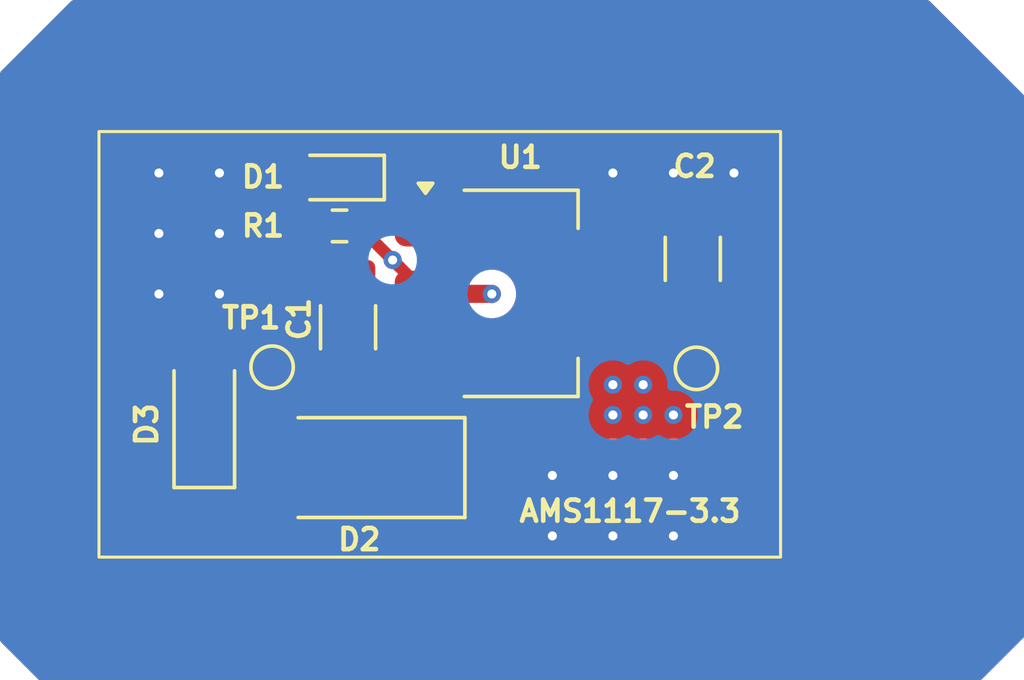
<source format=kicad_pcb>
(kicad_pcb (version 20241229) (generator "pcbnew") (generator_version "9.0")
  (layers (0 "F.Cu" signal) (4 "In1.Cu" signal) (6 "In2.Cu" signal) (2 "B.Cu" signal) (13 "F.Paste" user) (15 "B.Paste" user) (5 "F.SilkS" user "F.Silkscreen") (7 "B.SilkS" user "B.Silkscreen") (1 "F.Mask" user) (3 "B.Mask" user) (25 "Edge.Cuts" user))
  (net 0 "")
  (net 1 "/block_ams1117-3.3/GND")
  (net 2 "/block_ams1117-3.3/+3V3")
  (net 3 "/block_ams1117-3.3/VIN")
  (net 4 "Net-(D1-A)")
  (net 5 "Net-(D2-K)")
  (footprint "Library:LED_0603_1608Metric_Pad1.05x0.95mm_HandSolder" (layer "F.Cu") (at 145.7875 85.15 180)
    (property "Reference" "D1" (at 2.3475 0.02 0) (layer "F.SilkS") (effects (font (size 0.7 0.7) (thickness 0.153))))
    (property "Value" "LED")
    (fp_line (start 0.8 -0.735) (end -1.66 -0.735) (stroke (width 0.12)) (layer "F.SilkS"))
    (fp_line (start -1.66 0.735) (end 0.8 0.735) (stroke (width 0.12)) (layer "F.SilkS"))
    (fp_line (start -1.66 -0.735) (end -1.66 0.735) (stroke (width 0.12)) (layer "F.SilkS"))
    (pad "1" smd roundrect (at -0.875 0 180) (size 1.05 0.95) (layers "F.Cu" "F.Mask" "F.Paste") (net 1 "/block_ams1117-3.3/GND"))
    (pad "2" smd roundrect (at 0.875 0 180) (size 1.05 0.95) (layers "F.Cu" "F.Mask" "F.Paste") (net 4 "Net-(D1-A)"))
  )
  (footprint "Library:SOT-223-3_TabPin2" (layer "F.Cu") (at 151.94 88.98)
    (property "Reference" "U1" (at 0 -4.5 0) (layer "F.SilkS") (effects (font (size 0.7 0.7) (thickness 0.153) (bold yes))))
    (property "Value" "AMS1117-3.3")
    (fp_line (start -1.85 -3.41) (end 1.91 -3.41) (stroke (width 0.12)) (layer "F.SilkS"))
    (fp_line (start -1.85 3.41) (end 1.91 3.41) (stroke (width 0.12)) (layer "F.SilkS"))
    (fp_line (start 1.91 -3.41) (end 1.91 -2.15) (stroke (width 0.12)) (layer "F.SilkS"))
    (fp_line (start 1.91 3.41) (end 1.91 2.15) (stroke (width 0.12)) (layer "F.SilkS"))
    (fp_poly (pts (xy -3.13 -3.31) (xy -3.37 -3.64) (xy -2.89 -3.64) (xy -3.13 -3.31)) (stroke (width 0.12)) (fill yes) (layer "F.SilkS"))
    (pad "1" smd roundrect (at -3.15 -2.3) (size 2 1.5) (layers "F.Cu" "F.Mask" "F.Paste") (net 1 "/block_ams1117-3.3/GND"))
    (pad "2" smd roundrect (at -3.15 0) (size 2 1.5) (layers "F.Cu" "F.Mask" "F.Paste") (net 2 "/block_ams1117-3.3/+3V3"))
    (pad "2" smd roundrect (at 3.15 0) (size 2 3.8) (layers "F.Cu" "F.Mask" "F.Paste") (net 2 "/block_ams1117-3.3/+3V3"))
    (pad "3" smd roundrect (at -3.15 2.3) (size 2 1.5) (layers "F.Cu" "F.Mask" "F.Paste") (net 5 "Net-(D2-K)"))
  )
  (footprint "Library:TestPoint_Pad_D1.0mm" (layer "F.Cu") (at 143.74 91.42)
    (property "Reference" "TP1" (at -0.69 -1.63 0) (layer "F.SilkS") (effects (font (size 0.7 0.7) (thickness 0.153))))
    (property "Value" "VIN")
    (fp_circle (center 0 0) (end 0 0.7) (stroke (width 0.12)) (fill no) (layer "F.SilkS"))
    (pad "1" smd circle (at 0 0) (size 1 1) (layers "F.Cu" "F.Mask") (net 5 "Net-(D2-K)"))
  )
  (footprint "Library:D_SMA" (layer "F.Cu") (at 146.6 94.74 180)
    (property "Reference" "D2" (at -0.02 -2.38 0) (layer "F.SilkS") (effects (font (size 0.7 0.7) (thickness 0.153))))
    (property "Value" "SS14")
    (fp_line (start -3.51 1.65) (end 2 1.65) (stroke (width 0.12)) (layer "F.SilkS"))
    (fp_line (start -3.51 -1.65) (end 2 -1.65) (stroke (width 0.12)) (layer "F.SilkS"))
    (fp_line (start -3.51 -1.65) (end -3.51 1.65) (stroke (width 0.12)) (layer "F.SilkS"))
    (pad "1" smd roundrect (at -2 0 180) (size 2.5 1.8) (layers "F.Cu" "F.Mask" "F.Paste") (roundrect_rratio 0.1388888889) (net 5 "Net-(D2-K)"))
    (pad "2" smd roundrect (at 2 0 180) (size 2.5 1.8) (layers "F.Cu" "F.Mask" "F.Paste") (roundrect_rratio 0.1388888889) (net 3 "/block_ams1117-3.3/VIN"))
  )
  (footprint "Library:C_1206_3216Metric_Pad1.33x1.80mm_HandSolder" (layer "F.Cu") (at 146.25 90.1 90)
    (property "Reference" "C1" (at 0.27 -1.62 90) (layer "F.SilkS") (effects (font (size 0.7 0.7) (thickness 0.153))))
    (property "Value" "22uF")
    (fp_line (start -0.711252 -0.91) (end 0.711252 -0.91) (stroke (width 0.12)) (layer "F.SilkS"))
    (fp_line (start -0.711252 0.91) (end 0.711252 0.91) (stroke (width 0.12)) (layer "F.SilkS"))
    (pad "1" smd roundrect (at -1.5625 0 90) (size 1.325 1.8) (layers "F.Cu" "F.Mask" "F.Paste") (roundrect_rratio 0.188679) (net 5 "Net-(D2-K)"))
    (pad "2" smd roundrect (at 1.5625 0 90) (size 1.325 1.8) (layers "F.Cu" "F.Mask" "F.Paste") (roundrect_rratio 0.188679) (net 1 "/block_ams1117-3.3/GND"))
  )
  (footprint "Library:C_1206_3216Metric_Pad1.33x1.80mm_HandSolder" (layer "F.Cu") (at 157.64 87.84 90)
    (property "Reference" "C2" (at 3.06 0.06 180) (layer "F.SilkS") (effects (font (size 0.7 0.7) (thickness 0.153))))
    (property "Value" "22uF")
    (fp_line (start -0.711252 -0.91) (end 0.711252 -0.91) (stroke (width 0.12)) (layer "F.SilkS"))
    (fp_line (start -0.711252 0.91) (end 0.711252 0.91) (stroke (width 0.12)) (layer "F.SilkS"))
    (pad "1" smd roundrect (at -1.5625 0 90) (size 1.325 1.8) (layers "F.Cu" "F.Mask" "F.Paste") (roundrect_rratio 0.188679) (net 2 "/block_ams1117-3.3/+3V3"))
    (pad "2" smd roundrect (at 1.5625 0 90) (size 1.325 1.8) (layers "F.Cu" "F.Mask" "F.Paste") (roundrect_rratio 0.188679) (net 1 "/block_ams1117-3.3/GND"))
  )
  (footprint "Library:D_SOD-123F" (layer "F.Cu") (at 141.5 93.19 90)
    (property "Reference" "D3" (at -0.127 -1.905 90) (layer "F.SilkS") (effects (font (size 0.7 0.7) (thickness 0.153))))
    (property "Value" "SMF12A")
    (fp_line (start -2.21 -1) (end 1.65 -1) (stroke (width 0.12)) (layer "F.SilkS"))
    (fp_line (start -2.21 -1) (end -2.21 1) (stroke (width 0.12)) (layer "F.SilkS"))
    (fp_line (start -2.21 1) (end 1.65 1) (stroke (width 0.12)) (layer "F.SilkS"))
    (pad "1" smd roundrect (at -1.4 0 90) (size 1.1 1.1) (layers "F.Cu" "F.Mask" "F.Paste") (roundrect_rratio 0.2272727273) (net 3 "/block_ams1117-3.3/VIN"))
    (pad "2" smd roundrect (at 1.4 0 90) (size 1.1 1.1) (layers "F.Cu" "F.Mask" "F.Paste") (roundrect_rratio 0.2272727273) (net 1 "/block_ams1117-3.3/GND"))
  )
  (footprint "Library:TestPoint_Pad_D1.0mm" (layer "F.Cu") (at 157.76 91.46)
    (property "Reference" "TP2" (at 0.59 1.61 180) (layer "F.SilkS") (effects (font (size 0.7 0.7) (thickness 0.153))))
    (property "Value" "3V3")
    (fp_circle (center 0 0) (end 0 0.7) (stroke (width 0.12)) (fill no) (layer "F.SilkS"))
    (pad "1" smd circle (at 0 0) (size 1 1) (layers "F.Cu" "F.Mask") (net 2 "/block_ams1117-3.3/+3V3"))
  )
  (footprint "Library:R_0603_1608Metric" (layer "F.Cu") (at 145.9675 86.75 180)
    (property "Reference" "R1" (at 2.5275 0 0) (layer "F.SilkS") (effects (font (size 0.7 0.7) (thickness 0.153))))
    (property "Value" "4.7K")
    (fp_line (start -0.237258 0.5225) (end 0.237258 0.5225) (stroke (width 0.12)) (layer "F.SilkS"))
    (fp_line (start -0.237258 -0.5225) (end 0.237258 -0.5225) (stroke (width 0.12)) (layer "F.SilkS"))
    (pad "1" smd roundrect (at -0.825 0 180) (size 0.8 0.95) (layers "F.Cu" "F.Mask" "F.Paste") (net 2 "/block_ams1117-3.3/+3V3"))
    (pad "2" smd roundrect (at 0.825 0 180) (size 0.8 0.95) (layers "F.Cu" "F.Mask" "F.Paste") (net 4 "Net-(D1-A)"))
  )
  (gr_rect (start 138.02 83.63) (end 160.54 97.7) (stroke (width 0.1)) (fill no) (layer "F.SilkS"))
  (gr_text "AMS1117-3.3" (at 151.83 96.59 0) (layer "F.SilkS") (effects (font (size 0.7 0.7) (thickness 0.153) (bold yes)) (justify left bottom)))
  (via (at 142 85) (size 0.6) (drill 0.3) (layers "F.Cu" "B.Cu") (net 1))
  (via (at 155 95) (size 0.6) (drill 0.3) (layers "F.Cu" "B.Cu") (net 1))
  (via (at 157 97) (size 0.6) (drill 0.3) (layers "F.Cu" "B.Cu") (net 1))
  (via (at 140 89) (size 0.6) (drill 0.3) (layers "F.Cu" "B.Cu") (net 1))
  (via (at 140 85) (size 0.6) (drill 0.3) (layers "F.Cu" "B.Cu") (net 1))
  (via (at 153 95) (size 0.6) (drill 0.3) (layers "F.Cu" "B.Cu") (net 1))
  (via (at 142 87) (size 0.6) (drill 0.3) (layers "F.Cu" "B.Cu") (net 1))
  (via (at 153 97) (size 0.6) (drill 0.3) (layers "F.Cu" "B.Cu") (net 1))
  (via (at 157 95) (size 0.6) (drill 0.3) (layers "F.Cu" "B.Cu") (net 1))
  (via (at 140 87) (size 0.6) (drill 0.3) (layers "F.Cu" "B.Cu") (net 1))
  (via (at 155 85) (size 0.6) (drill 0.3) (layers "F.Cu" "B.Cu") (net 1))
  (via (at 159 85) (size 0.6) (drill 0.3) (layers "F.Cu" "B.Cu") (net 1))
  (via (at 157 85) (size 0.6) (drill 0.3) (layers "F.Cu" "B.Cu") (net 1))
  (via (at 155 97) (size 0.6) (drill 0.3) (layers "F.Cu" "B.Cu") (net 1))
  (via (at 142 89) (size 0.6) (drill 0.3) (layers "F.Cu" "B.Cu") (net 1))
  (segment (start 148.685 88.84) (end 148.84 88.995) (width 0.6) (layer "F.Cu") (net 2))
  (segment (start 148.84 88.995) (end 150.995 88.995) (width 0.6) (layer "F.Cu") (net 2))
  (segment (start 150.995 88.995) (end 151 89) (width 0.6) (layer "F.Cu") (net 2))
  (segment (start 147.7225 87.8775) (end 148.84 88.995) (width 0.4) (layer "F.Cu") (net 2))
  (segment (start 146.7925 86.9475) (end 147.7225 87.8775) (width 0.4) (layer "F.Cu") (net 2))
  (segment (start 146.7925 86.75) (end 146.7925 86.9475) (width 0.4) (layer "F.Cu") (net 2))
  (via (at 156 92) (size 0.6) (drill 0.3) (layers "F.Cu" "B.Cu") (net 2))
  (via (at 147.7225 87.8775) (size 0.6) (drill 0.3) (layers "F.Cu" "B.Cu") (net 2))
  (via (at 155 93) (size 0.6) (drill 0.3) (layers "F.Cu" "B.Cu") (net 2))
  (via (at 156 93) (size 0.6) (drill 0.3) (layers "F.Cu" "B.Cu") (net 2))
  (via (at 151 89) (size 0.6) (drill 0.3) (layers "F.Cu" "B.Cu") (net 2))
  (via (at 157 93) (size 0.6) (drill 0.3) (layers "F.Cu" "B.Cu") (net 2))
  (via (at 155 92) (size 0.6) (drill 0.3) (layers "F.Cu" "B.Cu") (net 2))
  (segment (start 144.9125 86.52) (end 145.1425 86.75) (width 0.4) (layer "F.Cu") (net 4))
  (segment (start 144.9125 85.15) (end 144.9125 86.52) (width 0.4) (layer "F.Cu") (net 4))
  (zone (net 3) (net_name "/block_ams1117-3.3/VIN") (layer "F.Cu") (priority 4) (connect_pads yes (clearance 0.5)) (min_thickness 0.25) (fill yes (thermal_gap 0.5) (thermal_bridge_width 0.5))
    (polygon (pts (xy 138.75 93.8) (xy 139.05 93.5) (xy 145.77 93.5) (xy 145.99 93.72) (xy 145.99 96.83) (xy 145.75 97.07) (xy 138.96 97.07) (xy 138.75 96.86)))
  )
  (zone (net 2) (net_name "/block_ams1117-3.3/+3V3") (layer "F.Cu") (priority 2) (connect_pads yes (clearance 0.5)) (min_thickness 0.25) (fill yes (thermal_gap 0.5) (thermal_bridge_width 0.5))
    (polygon (pts (xy 154.08 86.63) (xy 156.19 86.63) (xy 156.47 86.91) (xy 156.47 88.41) (xy 156.84 88.78) (xy 158.88 88.78) (xy 159.49 89.39) (xy 159.49 93.27) (xy 158.97 93.79) (xy 154.02 93.79) (xy 153.56 93.33) (xy 153.56 87.15)))
  )
  (zone (net 5) (net_name "Net-(D2-K)") (layer "F.Cu") (priority 1) (connect_pads yes (clearance 0.5)) (min_thickness 0.25) (fill yes (thermal_gap 0.5) (thermal_bridge_width 0.5))
    (polygon (pts (xy 143.37 90.33) (xy 144.77 90.33) (xy 145.41 90.34) (xy 145.66 91) (xy 146.23314 90.99) (xy 147.57 90.99) (xy 147.66 90.9) (xy 147.66 90.23) (xy 147.95 89.94) (xy 149.91 89.94) (xy 150.32 90.35) (xy 150.32 92.93) (xy 150.36 95.8) (xy 150.160038 96.019596) (xy 147.21 96.02) (xy 147.03 95.77) (xy 146.99 93.42) (xy 146.387409 93.119992) (xy 143.02 93.11) (xy 142.76 92.85) (xy 142.76 90.94)))
  )
  (zone (net 1) (net_name "/block_ams1117-3.3/GND") (layers "F.Cu" "B.Cu" "In1.Cu" "In2.Cu") (name "TBR") (connect_pads yes (clearance 0.5)) (min_thickness 0.25) (fill yes (thermal_gap 0.5) (thermal_bridge_width 0.5))
    (polygon (pts (xy 137.14 79.28) (xy 165.43 79.28) (xy 168.6 82.45) (xy 168.6 100.33) (xy 167.15 101.78) (xy 136.05 101.78) (xy 134.75 100.48) (xy 134.75 81.67)))
  )
)
</source>
